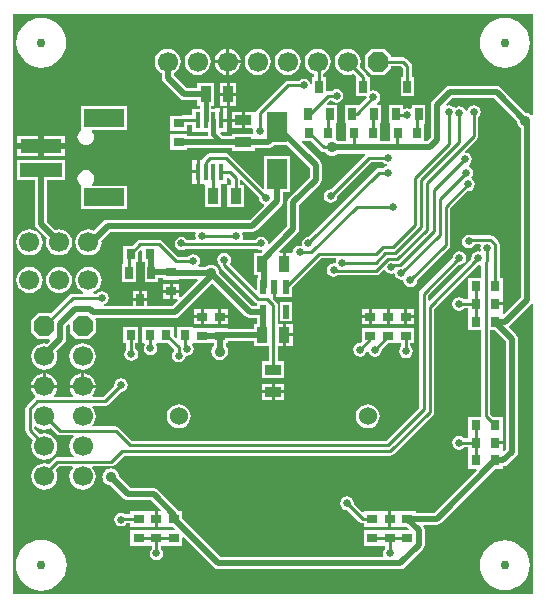
<source format=gbl>
G04 Layer_Physical_Order=2*
G04 Layer_Color=16711680*
%FSLAX24Y24*%
%MOIN*%
G70*
G01*
G75*
%ADD10R,0.0354X0.0551*%
%ADD11R,0.0551X0.0354*%
%ADD12R,0.0217X0.0453*%
%ADD13R,0.0354X0.0315*%
%ADD15R,0.0256X0.0413*%
%ADD18R,0.0315X0.0354*%
%ADD25C,0.0197*%
%ADD26C,0.0098*%
%ADD28C,0.0669*%
%ADD29P,0.0724X8X292.5*%
%ADD30C,0.0300*%
%ADD31P,0.0724X8X202.5*%
%ADD32C,0.0600*%
%ADD33C,0.0250*%
%ADD34C,0.0354*%
%ADD35R,0.1339X0.0591*%
%ADD36R,0.1378X0.0472*%
G04:AMPARAMS|DCode=37|XSize=47.2mil|YSize=137.8mil|CornerRadius=0mil|HoleSize=0mil|Usage=FLASHONLY|Rotation=90.000|XOffset=0mil|YOffset=0mil|HoleType=Round|Shape=RoundedRectangle|*
%AMROUNDEDRECTD37*
21,1,0.0472,0.1378,0,0,90.0*
21,1,0.0472,0.1378,0,0,90.0*
1,1,0.0000,0.0689,0.0236*
1,1,0.0000,0.0689,-0.0236*
1,1,0.0000,-0.0689,-0.0236*
1,1,0.0000,-0.0689,0.0236*
%
%ADD37ROUNDEDRECTD37*%
%ADD38R,0.0177X0.0571*%
%ADD39R,0.0669X0.0984*%
%ADD40C,0.0157*%
G36*
X17526Y16151D02*
X17476Y16134D01*
X17470Y16141D01*
X17413Y16186D01*
X17346Y16213D01*
X17280Y16222D01*
X16451Y17051D01*
X16386Y17095D01*
X16309Y17110D01*
X14744D01*
X14667Y17095D01*
X14602Y17051D01*
X14179Y16628D01*
X14135Y16563D01*
X14120Y16486D01*
Y15388D01*
X13992Y15260D01*
X13951D01*
X13907Y15276D01*
X13907Y15310D01*
Y15827D01*
X13907Y15827D01*
X13907D01*
X13909Y15876D01*
X13937D01*
Y16486D01*
X13484D01*
Y16365D01*
X13440Y16341D01*
X13424Y16352D01*
X13337Y16370D01*
X13249Y16352D01*
X13233Y16341D01*
X13189Y16365D01*
Y16486D01*
X12736D01*
Y15876D01*
X12764D01*
X12766Y15827D01*
X12766Y15826D01*
Y15276D01*
X12722Y15260D01*
X12475D01*
X12431Y15276D01*
X12431Y15310D01*
Y15827D01*
X12431Y15827D01*
X12431D01*
X12433Y15876D01*
X12461D01*
Y16486D01*
X12329D01*
X12313Y16536D01*
X12366Y16571D01*
X12415Y16645D01*
X12433Y16732D01*
X12415Y16819D01*
X12366Y16893D01*
X12292Y16943D01*
X12205Y16960D01*
X12137Y16947D01*
X12087Y16978D01*
Y17392D01*
X12011D01*
Y17404D01*
X11999Y17461D01*
X11967Y17510D01*
X11744Y17732D01*
X11772Y17800D01*
X11787Y17913D01*
X11772Y18026D01*
X11729Y18132D01*
X11659Y18222D01*
X11569Y18292D01*
X11463Y18335D01*
X11350Y18350D01*
X11237Y18335D01*
X11132Y18292D01*
X11042Y18222D01*
X10972Y18132D01*
X10928Y18026D01*
X10914Y17913D01*
X10928Y17800D01*
X10972Y17695D01*
X11042Y17605D01*
X11132Y17535D01*
X11237Y17491D01*
X11350Y17477D01*
X11463Y17491D01*
X11531Y17520D01*
X11616Y17435D01*
X11634Y17392D01*
X11634D01*
X11634Y17392D01*
Y16782D01*
X11947D01*
X11979Y16743D01*
X11977Y16732D01*
X11979Y16720D01*
X11759Y16500D01*
X11713Y16486D01*
Y16486D01*
X11713Y16486D01*
X11260D01*
Y15876D01*
X11287D01*
X11289Y15827D01*
X11289Y15826D01*
Y15276D01*
X11246Y15260D01*
X11018D01*
X10966Y15300D01*
X10955Y15305D01*
Y15827D01*
X10955Y15827D01*
X10955D01*
X10957Y15876D01*
X10984D01*
Y16486D01*
X10662D01*
X10643Y16532D01*
X10742Y16631D01*
X10806D01*
X10813Y16621D01*
X10887Y16571D01*
X10975Y16554D01*
X11062Y16571D01*
X11136Y16621D01*
X11185Y16694D01*
X11202Y16782D01*
X11185Y16869D01*
X11136Y16943D01*
X11062Y16992D01*
X10975Y17009D01*
X10887Y16992D01*
X10813Y16943D01*
X10806Y16932D01*
X10679D01*
X10660Y16928D01*
X10610Y16969D01*
Y17392D01*
X10534D01*
Y17521D01*
X10569Y17535D01*
X10659Y17605D01*
X10729Y17695D01*
X10772Y17800D01*
X10787Y17913D01*
X10772Y18026D01*
X10729Y18132D01*
X10659Y18222D01*
X10569Y18292D01*
X10463Y18335D01*
X10350Y18350D01*
X10237Y18335D01*
X10132Y18292D01*
X10042Y18222D01*
X9972Y18132D01*
X9928Y18026D01*
X9914Y17913D01*
X9928Y17800D01*
X9972Y17695D01*
X10042Y17605D01*
X10132Y17535D01*
X10233Y17493D01*
Y17392D01*
X10157D01*
Y17191D01*
X10107Y17187D01*
X10102Y17213D01*
X10053Y17287D01*
X9979Y17336D01*
X9892Y17354D01*
X9805Y17336D01*
X9731Y17287D01*
X9724Y17277D01*
X9348D01*
X9291Y17265D01*
X9242Y17232D01*
X8309Y16299D01*
X8291Y16273D01*
X8250Y16252D01*
X7924D01*
Y15974D01*
Y15697D01*
X8156D01*
X8197Y15647D01*
X8188Y15600D01*
X8197Y15552D01*
X8157Y15502D01*
X7500D01*
Y15437D01*
X7191D01*
X7089Y15539D01*
X7109Y15589D01*
X7315D01*
Y15924D01*
X7126D01*
Y15974D01*
X7076D01*
Y16360D01*
X6937D01*
Y16358D01*
X6795D01*
Y16457D01*
X6890D01*
Y17205D01*
X6339D01*
Y17031D01*
X5989D01*
X5551Y17469D01*
Y17528D01*
X5569Y17535D01*
X5659Y17605D01*
X5729Y17695D01*
X5772Y17800D01*
X5787Y17913D01*
X5772Y18026D01*
X5729Y18132D01*
X5659Y18222D01*
X5569Y18292D01*
X5463Y18335D01*
X5350Y18350D01*
X5237Y18335D01*
X5132Y18292D01*
X5042Y18222D01*
X4972Y18132D01*
X4928Y18026D01*
X4914Y17913D01*
X4928Y17800D01*
X4972Y17695D01*
X5042Y17605D01*
X5132Y17535D01*
X5150Y17528D01*
Y17386D01*
X5165Y17309D01*
X5208Y17244D01*
X5764Y16689D01*
X5829Y16645D01*
X5906Y16630D01*
X6339D01*
Y16457D01*
X6434D01*
Y16358D01*
X6171D01*
Y16125D01*
X5817D01*
X5802Y16122D01*
X5433D01*
Y15610D01*
X5984D01*
Y15824D01*
X6171D01*
Y15591D01*
X6689D01*
Y15502D01*
X6695Y15476D01*
X6663Y15437D01*
X5984D01*
Y15492D01*
X5433D01*
Y14980D01*
X5984D01*
Y15036D01*
X7500D01*
Y14951D01*
X8248D01*
Y15026D01*
X8681D01*
X8758Y15041D01*
X8823Y15084D01*
X8896Y15157D01*
X9313D01*
X10085Y14385D01*
Y14072D01*
X9395Y13383D01*
X9352Y13318D01*
X9337Y13241D01*
Y12426D01*
X8736Y11825D01*
X8690Y11850D01*
X8692Y11860D01*
X8675Y11947D01*
X8626Y12021D01*
X8552Y12071D01*
X8465Y12088D01*
X8377Y12071D01*
X8303Y12021D01*
X8279Y11984D01*
X7870D01*
X7841Y12034D01*
X7856Y12106D01*
X7838Y12194D01*
X7830Y12206D01*
X7854Y12250D01*
X8169D01*
X8246Y12265D01*
X8311Y12309D01*
X9148Y13145D01*
X9191Y13211D01*
X9207Y13287D01*
Y13583D01*
X9439D01*
Y14764D01*
X8573D01*
Y13703D01*
X8527Y13684D01*
X7390Y14821D01*
X7341Y14854D01*
X7283Y14865D01*
X6742D01*
X6685Y14854D01*
X6636Y14821D01*
X6508Y14693D01*
X6475Y14644D01*
X6472Y14628D01*
X6408D01*
Y14242D01*
Y13857D01*
X6547D01*
X6558Y13847D01*
X6585Y13809D01*
X6585D01*
X6585Y13809D01*
Y13061D01*
X7136D01*
Y13809D01*
X7136Y13809D01*
X7136D01*
X7138Y13858D01*
X7313D01*
Y14058D01*
X7363Y14078D01*
X7458Y13983D01*
Y13809D01*
X7333D01*
Y13061D01*
X7884D01*
Y13809D01*
X7759D01*
Y13961D01*
X7805Y13980D01*
X8387Y13398D01*
X8384Y13386D01*
X8402Y13299D01*
X8451Y13225D01*
X8525Y13175D01*
X8544Y13172D01*
X8558Y13124D01*
X8086Y12651D01*
X3346D01*
X3270Y12636D01*
X3205Y12593D01*
X2900Y12288D01*
X2820Y12322D01*
X2707Y12336D01*
X2594Y12322D01*
X2488Y12278D01*
X2398Y12208D01*
X2328Y12118D01*
X2285Y12013D01*
X2270Y11900D01*
X2285Y11787D01*
X2328Y11681D01*
X2398Y11591D01*
X2488Y11521D01*
X2594Y11478D01*
X2707Y11463D01*
X2820Y11478D01*
X2925Y11521D01*
X3016Y11591D01*
X3085Y11681D01*
X3129Y11787D01*
X3144Y11900D01*
X3136Y11956D01*
X3430Y12250D01*
X6270D01*
X6294Y12206D01*
X6286Y12194D01*
X6268Y12106D01*
X6283Y12034D01*
X6253Y11984D01*
X5989D01*
X5964Y12021D01*
X5890Y12071D01*
X5803Y12088D01*
X5716Y12071D01*
X5642Y12021D01*
X5593Y11947D01*
X5575Y11860D01*
X5593Y11773D01*
X5642Y11699D01*
X5716Y11650D01*
X5803Y11632D01*
X5890Y11650D01*
X5940Y11683D01*
X8327D01*
X8377Y11650D01*
X8465Y11632D01*
X8475Y11634D01*
X8499Y11588D01*
X8456Y11545D01*
X8209D01*
Y10797D01*
X8343D01*
Y10719D01*
X8327D01*
Y10335D01*
X8281Y10316D01*
X7413Y11184D01*
X7445Y11232D01*
X7462Y11319D01*
X7445Y11406D01*
X7395Y11480D01*
X7321Y11529D01*
X7234Y11547D01*
X7147Y11529D01*
X7073Y11480D01*
X7024Y11406D01*
X7006Y11319D01*
X7024Y11232D01*
X7073Y11158D01*
X7084Y11151D01*
Y11149D01*
X7095Y11092D01*
X7128Y11043D01*
X8258Y9913D01*
X8306Y9881D01*
X8327Y9877D01*
Y9787D01*
X8164D01*
X7068Y10883D01*
X7060Y10948D01*
X7032Y11015D01*
X6988Y11073D01*
X6930Y11117D01*
X6863Y11144D01*
X6791Y11154D01*
X6719Y11144D01*
X6652Y11117D01*
X6600Y11077D01*
X6397D01*
X6374Y11127D01*
X6411Y11183D01*
X6429Y11270D01*
X6411Y11357D01*
X6362Y11431D01*
X6288Y11480D01*
X6201Y11497D01*
X6114Y11480D01*
X6040Y11431D01*
X6033Y11420D01*
X5682D01*
X5156Y11947D01*
X5107Y11980D01*
X5049Y11991D01*
X4439D01*
X4381Y11980D01*
X4333Y11947D01*
X4177Y11791D01*
X3858D01*
Y11240D01*
X3858Y11240D01*
X3858D01*
X3856Y11191D01*
X3829D01*
Y10581D01*
X4281D01*
Y11191D01*
X4281Y11191D01*
X4281D01*
X4283Y11240D01*
X4370D01*
Y11559D01*
X4442Y11631D01*
X4488Y11612D01*
Y11240D01*
X4575D01*
X4577Y11191D01*
X4577Y11191D01*
X4577Y11191D01*
Y10581D01*
X5030D01*
Y10695D01*
X5187D01*
Y10640D01*
X5738D01*
Y10675D01*
X6333D01*
X6352Y10629D01*
X5786Y10063D01*
X5740Y10082D01*
Y10216D01*
X5513D01*
Y10008D01*
X5666D01*
X5685Y9962D01*
X5500Y9777D01*
X4657D01*
Y9930D01*
X4201D01*
Y9777D01*
X3235D01*
X3230Y9827D01*
X3237Y9829D01*
X3311Y9878D01*
X3360Y9952D01*
X3377Y10039D01*
X3360Y10127D01*
X3311Y10200D01*
X3237Y10250D01*
X3150Y10267D01*
X3062Y10250D01*
X2989Y10200D01*
X2981Y10190D01*
X2883D01*
X2873Y10240D01*
X2925Y10261D01*
X3016Y10331D01*
X3085Y10421D01*
X3129Y10527D01*
X3144Y10640D01*
X3129Y10753D01*
X3085Y10858D01*
X3016Y10949D01*
X2925Y11018D01*
X2820Y11062D01*
X2707Y11077D01*
X2594Y11062D01*
X2488Y11018D01*
X2398Y10949D01*
X2328Y10858D01*
X2285Y10753D01*
X2270Y10640D01*
X2285Y10527D01*
X2328Y10421D01*
X2398Y10331D01*
X2488Y10261D01*
X2540Y10240D01*
X2530Y10190D01*
X2175D01*
X2118Y10178D01*
X2069Y10146D01*
X1449Y9526D01*
X1447Y9528D01*
X1014D01*
X797Y9311D01*
Y8878D01*
X1014Y8661D01*
X1393D01*
X1414Y8611D01*
X1322Y8519D01*
X1230Y8531D01*
X1117Y8516D01*
X1012Y8473D01*
X921Y8403D01*
X852Y8313D01*
X808Y8208D01*
X794Y8094D01*
X808Y7981D01*
X852Y7876D01*
X921Y7786D01*
X1012Y7716D01*
X1117Y7673D01*
X1230Y7658D01*
X1343Y7673D01*
X1449Y7716D01*
X1539Y7786D01*
X1609Y7876D01*
X1652Y7981D01*
X1667Y8094D01*
X1652Y8208D01*
X1630Y8260D01*
X1904Y8533D01*
X1947Y8598D01*
X1963Y8675D01*
Y9093D01*
X2031Y9161D01*
X2077Y9142D01*
Y8878D01*
X2293Y8661D01*
X2726D01*
X2943Y8878D01*
Y9311D01*
X2924Y9330D01*
X2943Y9376D01*
X5584D01*
X5660Y9391D01*
X5725Y9435D01*
X6837Y10546D01*
X7939Y9445D01*
X8004Y9401D01*
X8081Y9386D01*
X8327D01*
Y9262D01*
X8333D01*
Y9183D01*
X8209D01*
Y9010D01*
X7362D01*
Y9045D01*
X6811D01*
Y9045D01*
X6772D01*
X6772Y9045D01*
X6231D01*
X6220Y9045D01*
X6181Y9071D01*
Y9085D01*
X5669D01*
Y8713D01*
X5623Y8694D01*
X5551Y8766D01*
Y9085D01*
X5050D01*
X5039Y9085D01*
X5000D01*
X4989Y9085D01*
X4488D01*
Y8533D01*
X4562D01*
X4583Y8483D01*
X4563Y8453D01*
X4546Y8366D01*
X4563Y8279D01*
X4613Y8205D01*
X4686Y8156D01*
X4774Y8138D01*
X4861Y8156D01*
X4935Y8205D01*
X4984Y8279D01*
X5001Y8366D01*
X4984Y8453D01*
X4964Y8483D01*
X4991Y8533D01*
X5000Y8533D01*
X5039D01*
X5050Y8533D01*
X5358D01*
X5556Y8335D01*
X5554Y8285D01*
X5548Y8281D01*
X5498Y8207D01*
X5481Y8120D01*
X5498Y8033D01*
X5548Y7959D01*
X5621Y7910D01*
X5709Y7892D01*
X5796Y7910D01*
X5870Y7959D01*
X5919Y8033D01*
X5927Y8072D01*
X5981Y8112D01*
X6068Y8130D01*
X6142Y8179D01*
X6192Y8253D01*
X6209Y8340D01*
X6192Y8427D01*
X6154Y8483D01*
X6177Y8533D01*
X6220D01*
X6231Y8533D01*
X6772D01*
Y8533D01*
X6811D01*
Y8533D01*
X6876D01*
Y8449D01*
X6836Y8397D01*
X6808Y8330D01*
X6799Y8258D01*
X6808Y8186D01*
X6836Y8119D01*
X6880Y8061D01*
X6938Y8017D01*
X7005Y7989D01*
X7077Y7980D01*
X7149Y7989D01*
X7216Y8017D01*
X7273Y8061D01*
X7318Y8119D01*
X7345Y8186D01*
X7355Y8258D01*
X7345Y8330D01*
X7318Y8397D01*
X7277Y8449D01*
Y8533D01*
X7362D01*
Y8608D01*
X8209D01*
Y8435D01*
X8708D01*
Y7933D01*
X8484D01*
Y7382D01*
X9232D01*
Y7933D01*
X9009D01*
Y8433D01*
X9182D01*
Y8809D01*
Y9185D01*
X9009D01*
Y9805D01*
X8997Y9863D01*
X8965Y9912D01*
X8855Y10021D01*
X8857Y10026D01*
Y10394D01*
X8957D01*
Y10067D01*
X9116D01*
Y10069D01*
X9488D01*
Y10388D01*
X10466Y11365D01*
X10946D01*
X10970Y11321D01*
X10961Y11308D01*
X10944Y11221D01*
X10917Y11194D01*
X10876Y11202D01*
X10789Y11185D01*
X10715Y11135D01*
X10666Y11062D01*
X10648Y10974D01*
X10666Y10887D01*
X10715Y10813D01*
X10789Y10764D01*
X10876Y10747D01*
X10963Y10764D01*
X11013Y10797D01*
X12285D01*
X12342Y10809D01*
X12391Y10841D01*
X12537Y10988D01*
X12593Y10973D01*
X12634Y10912D01*
X12708Y10862D01*
X12795Y10845D01*
X12883Y10862D01*
X12922Y10828D01*
X12929Y10789D01*
X12979Y10715D01*
X13053Y10666D01*
X13140Y10648D01*
X13181Y10656D01*
X13207Y10630D01*
X13225Y10543D01*
X13274Y10469D01*
X13348Y10420D01*
X13435Y10402D01*
X13522Y10420D01*
X13596Y10469D01*
X13646Y10543D01*
X13663Y10630D01*
X13660Y10642D01*
X14723Y11705D01*
X14755Y11753D01*
X14767Y11811D01*
Y13028D01*
X15342Y13603D01*
X15354Y13601D01*
X15442Y13618D01*
X15515Y13668D01*
X15565Y13742D01*
X15582Y13829D01*
X15565Y13916D01*
X15515Y13990D01*
X15482Y14012D01*
X15466Y14061D01*
X15516Y14135D01*
X15533Y14223D01*
X15516Y14310D01*
X15466Y14384D01*
X15396Y14430D01*
X15391Y14453D01*
X15388Y14485D01*
X15417Y14504D01*
X15466Y14578D01*
X15484Y14665D01*
X15466Y14753D01*
X15417Y14826D01*
X15343Y14876D01*
X15272Y14890D01*
X15250Y14939D01*
X15658Y15346D01*
X15690Y15395D01*
X15702Y15453D01*
Y16072D01*
X15712Y16079D01*
X15762Y16153D01*
X15779Y16240D01*
X15762Y16327D01*
X15712Y16401D01*
X15638Y16451D01*
X15551Y16468D01*
X15464Y16451D01*
X15390Y16401D01*
X15341Y16327D01*
X15332Y16282D01*
X15281D01*
X15279Y16288D01*
X15230Y16362D01*
X15156Y16411D01*
X15069Y16429D01*
X14982Y16411D01*
X14944Y16386D01*
X14877Y16399D01*
X14876Y16401D01*
X14802Y16451D01*
X14715Y16468D01*
X14643Y16454D01*
X14618Y16500D01*
X14827Y16709D01*
X16226D01*
X16997Y15938D01*
X17005Y15873D01*
X17033Y15806D01*
X17077Y15748D01*
X17122Y15714D01*
Y10073D01*
X16559Y9510D01*
X16516Y9528D01*
X16517Y9565D01*
X16517D01*
Y9793D01*
X16260D01*
Y9893D01*
X16517D01*
Y10108D01*
X16517Y10120D01*
X16517D01*
X16516Y10157D01*
X16516Y10157D01*
Y10709D01*
X16417D01*
Y11826D01*
X16406Y11883D01*
X16373Y11932D01*
X16213Y12092D01*
X16165Y12124D01*
X16107Y12136D01*
X15477D01*
X15471Y12140D01*
X15384Y12157D01*
X15297Y12140D01*
X15223Y12090D01*
X15173Y12016D01*
X15156Y11929D01*
X15173Y11842D01*
X15223Y11768D01*
X15297Y11719D01*
X15384Y11701D01*
X15471Y11719D01*
X15545Y11768D01*
X15589Y11835D01*
X15751D01*
X15781Y11785D01*
X15766Y11713D01*
X15783Y11630D01*
X15770Y11610D01*
X15750Y11586D01*
X15699Y11596D01*
X15612Y11579D01*
X15538Y11529D01*
X15488Y11455D01*
X15471Y11368D01*
X15473Y11356D01*
X14075Y9957D01*
X14028Y9976D01*
Y10125D01*
X15056Y11153D01*
X15069Y11150D01*
X15156Y11167D01*
X15230Y11217D01*
X15279Y11291D01*
X15297Y11378D01*
X15279Y11465D01*
X15230Y11539D01*
X15156Y11588D01*
X15069Y11606D01*
X14982Y11588D01*
X14908Y11539D01*
X14858Y11465D01*
X14841Y11378D01*
X14844Y11366D01*
X13772Y10293D01*
X13739Y10245D01*
X13727Y10187D01*
Y6389D01*
X12627Y5288D01*
X4147D01*
X3719Y5717D01*
X3670Y5749D01*
X3612Y5761D01*
X2863D01*
X2838Y5811D01*
X2888Y5876D01*
X2932Y5981D01*
X2947Y6094D01*
X2932Y6208D01*
X2888Y6313D01*
X2826Y6394D01*
X2841Y6444D01*
X3248D01*
X3306Y6455D01*
X3354Y6488D01*
X3777Y6910D01*
X3789Y6908D01*
X3877Y6925D01*
X3950Y6975D01*
X4000Y7049D01*
X4017Y7136D01*
X4000Y7223D01*
X3950Y7297D01*
X3877Y7346D01*
X3789Y7364D01*
X3702Y7346D01*
X3628Y7297D01*
X3579Y7223D01*
X3562Y7136D01*
X3564Y7123D01*
X3186Y6745D01*
X2844D01*
X2828Y6795D01*
X2889Y6875D01*
X2933Y6981D01*
X2942Y7044D01*
X2078D01*
X2086Y6981D01*
X2130Y6875D01*
X2192Y6795D01*
X2176Y6745D01*
X1564D01*
X1548Y6795D01*
X1610Y6875D01*
X1654Y6981D01*
X1662Y7044D01*
X799D01*
X807Y6981D01*
X851Y6875D01*
X920Y6784D01*
X929Y6778D01*
X922Y6720D01*
X893Y6701D01*
X642Y6450D01*
X609Y6401D01*
X597Y6343D01*
Y5626D01*
X609Y5568D01*
X642Y5520D01*
X851Y5310D01*
X808Y5208D01*
X794Y5094D01*
X808Y4981D01*
X852Y4876D01*
X921Y4786D01*
X1012Y4716D01*
X1117Y4673D01*
X1230Y4658D01*
X1343Y4673D01*
X1449Y4716D01*
X1539Y4786D01*
X1609Y4876D01*
X1652Y4981D01*
X1667Y5094D01*
X1652Y5208D01*
X1609Y5313D01*
X1539Y5403D01*
X1449Y5473D01*
X1343Y5516D01*
X1230Y5531D01*
X1117Y5516D01*
X1084Y5503D01*
X899Y5688D01*
Y5740D01*
X949Y5765D01*
X1012Y5716D01*
X1117Y5673D01*
X1230Y5658D01*
X1343Y5673D01*
X1446Y5715D01*
X1657Y5504D01*
X1706Y5471D01*
X1764Y5460D01*
X2197D01*
X2213Y5412D01*
X2201Y5403D01*
X2132Y5313D01*
X2088Y5208D01*
X2073Y5094D01*
X2088Y4981D01*
X2132Y4876D01*
X2201Y4786D01*
X2215Y4775D01*
X2199Y4727D01*
X1663D01*
X1606Y4716D01*
X1557Y4683D01*
X1376Y4503D01*
X1343Y4516D01*
X1230Y4531D01*
X1117Y4516D01*
X1012Y4473D01*
X921Y4403D01*
X852Y4313D01*
X808Y4208D01*
X794Y4094D01*
X808Y3981D01*
X852Y3876D01*
X921Y3786D01*
X1012Y3716D01*
X1117Y3673D01*
X1230Y3658D01*
X1343Y3673D01*
X1449Y3716D01*
X1539Y3786D01*
X1609Y3876D01*
X1652Y3981D01*
X1667Y4094D01*
X1652Y4208D01*
X1610Y4310D01*
X1726Y4426D01*
X2156D01*
X2180Y4376D01*
X2132Y4313D01*
X2088Y4208D01*
X2073Y4094D01*
X2088Y3981D01*
X2132Y3876D01*
X2201Y3786D01*
X2291Y3716D01*
X2397Y3673D01*
X2510Y3658D01*
X2623Y3673D01*
X2728Y3716D01*
X2819Y3786D01*
X2888Y3876D01*
X2932Y3981D01*
X2947Y4094D01*
X2932Y4208D01*
X2888Y4313D01*
X2840Y4376D01*
X2864Y4426D01*
X3474D01*
X3532Y4438D01*
X3581Y4470D01*
X3901Y4790D01*
X12771D01*
X12828Y4802D01*
X12877Y4834D01*
X14181Y6139D01*
X14214Y6187D01*
X14225Y6245D01*
Y9682D01*
X15686Y11143D01*
X15699Y11140D01*
X15754Y11151D01*
X15804Y11114D01*
Y10709D01*
X15374D01*
Y10157D01*
X15374D01*
X15374Y10118D01*
X15374D01*
Y9993D01*
X15227D01*
X15220Y10004D01*
X15146Y10053D01*
X15059Y10070D01*
X14972Y10053D01*
X14898Y10004D01*
X14849Y9930D01*
X14831Y9843D01*
X14849Y9755D01*
X14898Y9681D01*
X14972Y9632D01*
X15059Y9615D01*
X15146Y9632D01*
X15220Y9681D01*
X15227Y9692D01*
X15374D01*
Y9567D01*
X15374D01*
X15374Y9528D01*
X15374D01*
Y8976D01*
X15804D01*
Y6112D01*
X15764Y6083D01*
X15374D01*
Y5531D01*
X15374D01*
X15374Y5492D01*
X15374D01*
Y5367D01*
X15227D01*
X15220Y5378D01*
X15146Y5427D01*
X15059Y5444D01*
X14972Y5427D01*
X14898Y5378D01*
X14849Y5304D01*
X14831Y5217D01*
X14849Y5129D01*
X14898Y5055D01*
X14972Y5006D01*
X15059Y4989D01*
X15146Y5006D01*
X15220Y5055D01*
X15227Y5066D01*
X15374D01*
Y4941D01*
X15374D01*
X15374Y4902D01*
X15374D01*
Y4350D01*
X15635D01*
X15654Y4304D01*
X14228Y2878D01*
X13612D01*
Y2933D01*
X13073D01*
X13023Y2935D01*
X13012Y2935D01*
X12796D01*
Y2677D01*
Y2420D01*
X13012D01*
X13023Y2420D01*
X13073Y2421D01*
X13309D01*
X13381Y2349D01*
X13361Y2303D01*
X13061D01*
Y2303D01*
X13022Y2303D01*
Y2303D01*
X12470D01*
Y2303D01*
X12431Y2303D01*
Y2303D01*
X11880D01*
Y1791D01*
X12431D01*
Y1791D01*
X12470Y1791D01*
Y1791D01*
X12596D01*
Y1694D01*
X12585Y1687D01*
X12536Y1613D01*
X12518Y1526D01*
X12532Y1454D01*
X12503Y1404D01*
X7118D01*
X5837Y2685D01*
Y2933D01*
X5719D01*
X5703Y2957D01*
X5024Y3636D01*
X4959Y3680D01*
X4882Y3695D01*
X4119D01*
X3722Y4091D01*
X3713Y4157D01*
X3686Y4224D01*
X3641Y4281D01*
X3584Y4325D01*
X3517Y4353D01*
X3445Y4363D01*
X3373Y4353D01*
X3306Y4325D01*
X3248Y4281D01*
X3204Y4224D01*
X3176Y4157D01*
X3167Y4085D01*
X3176Y4013D01*
X3204Y3946D01*
X3248Y3888D01*
X3306Y3844D01*
X3373Y3816D01*
X3438Y3808D01*
X3894Y3352D01*
X3959Y3309D01*
X4035Y3293D01*
X4799D01*
X5111Y2981D01*
X5092Y2935D01*
X5020D01*
Y2677D01*
Y2420D01*
X5248D01*
X5248Y2420D01*
X5248Y2420D01*
X5297Y2421D01*
X5533D01*
X5605Y2349D01*
X5586Y2303D01*
X5285D01*
Y2303D01*
X5246Y2303D01*
Y2303D01*
X4695D01*
Y2303D01*
X4656Y2303D01*
Y2303D01*
X4104D01*
Y1791D01*
X4656D01*
Y1791D01*
X4695Y1791D01*
Y1791D01*
X4820D01*
Y1694D01*
X4809Y1687D01*
X4760Y1613D01*
X4743Y1526D01*
X4760Y1438D01*
X4809Y1365D01*
X4883Y1315D01*
X4970Y1298D01*
X5058Y1315D01*
X5132Y1365D01*
X5181Y1438D01*
X5198Y1526D01*
X5181Y1613D01*
X5132Y1687D01*
X5121Y1694D01*
Y1791D01*
X5246D01*
Y1791D01*
X5285Y1791D01*
Y1791D01*
X5837D01*
Y2052D01*
X5883Y2072D01*
X6893Y1062D01*
X6958Y1018D01*
X7034Y1003D01*
X13106D01*
X13183Y1018D01*
X13248Y1062D01*
X13853Y1666D01*
X13896Y1731D01*
X13911Y1808D01*
Y2303D01*
X13896Y2380D01*
X13865Y2426D01*
X13889Y2476D01*
X14311D01*
X14388Y2492D01*
X14453Y2535D01*
X16268Y4350D01*
X16516D01*
Y4425D01*
X16535D01*
X16612Y4441D01*
X16677Y4484D01*
X16973Y4779D01*
X17016Y4844D01*
X17031Y4921D01*
Y8681D01*
X17016Y8758D01*
X16973Y8823D01*
X16733Y9063D01*
X16741Y9125D01*
X17465Y9848D01*
X17476Y9865D01*
X17526Y9850D01*
Y191D01*
X191D01*
Y19494D01*
X17526D01*
Y16151D01*
D02*
G37*
G36*
X16630Y8598D02*
Y5004D01*
X16567Y4942D01*
X16517Y4962D01*
Y5167D01*
X16260D01*
Y5267D01*
X16517D01*
Y5482D01*
X16517Y5494D01*
X16516Y5543D01*
Y6083D01*
X16197D01*
X16105Y6175D01*
Y8976D01*
X16252D01*
X16630Y8598D01*
D02*
G37*
G36*
X10454Y14953D02*
X10503Y14920D01*
X10561Y14909D01*
X10595D01*
X10630Y14863D01*
X10688Y14818D01*
X10755Y14791D01*
X10827Y14781D01*
X10899Y14791D01*
X10966Y14818D01*
X11018Y14858D01*
X11920D01*
X11921Y14858D01*
X11938Y14808D01*
X10790Y13660D01*
X10778Y13663D01*
X10690Y13645D01*
X10616Y13596D01*
X10567Y13522D01*
X10550Y13435D01*
X10567Y13348D01*
X10616Y13274D01*
X10690Y13225D01*
X10778Y13207D01*
X10865Y13225D01*
X10939Y13274D01*
X10988Y13348D01*
X11005Y13435D01*
X11003Y13447D01*
X12119Y14564D01*
X12529D01*
X12536Y14553D01*
X12610Y14504D01*
X12661Y14494D01*
Y14443D01*
X12610Y14433D01*
X12536Y14384D01*
X12529Y14373D01*
X12402D01*
X12344Y14362D01*
X12295Y14329D01*
X10052Y12086D01*
X10039Y12088D01*
X9952Y12071D01*
X9878Y12021D01*
X9829Y11948D01*
X9812Y11860D01*
X9820Y11820D01*
X9784Y11785D01*
X9744Y11793D01*
X9657Y11776D01*
X9583Y11726D01*
X9534Y11652D01*
X9522Y11592D01*
X9514Y11564D01*
X9469Y11547D01*
X9282D01*
Y11171D01*
X9182D01*
Y11547D01*
X9091D01*
X9072Y11593D01*
X9679Y12201D01*
X9723Y12266D01*
X9738Y12343D01*
Y13158D01*
X10427Y13847D01*
X10471Y13912D01*
X10486Y13989D01*
Y14468D01*
X10471Y14545D01*
X10427Y14610D01*
X9812Y15226D01*
X9833Y15276D01*
X10132D01*
X10454Y14953D01*
D02*
G37*
%LPC*%
G36*
X12420Y9677D02*
X12370Y9677D01*
X12156D01*
Y9419D01*
Y9162D01*
X12370D01*
X12383Y9162D01*
X12433Y9162D01*
X12647D01*
Y9419D01*
Y9677D01*
X12433D01*
X12420Y9677D01*
D02*
G37*
G36*
X7364Y9369D02*
X7137D01*
Y9162D01*
X7364D01*
Y9369D01*
D02*
G37*
G36*
X12421Y9045D02*
X12382Y9045D01*
X12382Y9045D01*
X11831D01*
Y8599D01*
X11774Y8542D01*
X11762Y8545D01*
X11675Y8527D01*
X11601Y8478D01*
X11551Y8404D01*
X11534Y8317D01*
X11551Y8230D01*
X11601Y8156D01*
X11675Y8106D01*
X11762Y8089D01*
X11849Y8106D01*
X11923Y8156D01*
X11972Y8230D01*
X11982Y8281D01*
X12033D01*
X12043Y8230D01*
X12093Y8156D01*
X12167Y8106D01*
X12254Y8089D01*
X12341Y8106D01*
X12415Y8156D01*
X12464Y8230D01*
X12482Y8317D01*
X12479Y8329D01*
X12683Y8533D01*
X12962D01*
X12972Y8533D01*
X13012D01*
X13022Y8533D01*
X13137D01*
Y8436D01*
X13126Y8429D01*
X13077Y8355D01*
X13060Y8268D01*
X13077Y8181D01*
X13126Y8107D01*
X13200Y8057D01*
X13287Y8040D01*
X13375Y8057D01*
X13448Y8107D01*
X13498Y8181D01*
X13515Y8268D01*
X13498Y8355D01*
X13448Y8429D01*
X13438Y8436D01*
Y8533D01*
X13563D01*
Y9045D01*
X13022D01*
X13012Y9045D01*
X12972D01*
X12962Y9045D01*
X12432D01*
X12421Y9045D01*
Y9045D01*
D02*
G37*
G36*
X6446Y9369D02*
X6219D01*
Y9162D01*
X6446D01*
Y9369D01*
D02*
G37*
G36*
X12056Y9369D02*
X11829D01*
Y9162D01*
X12056D01*
Y9369D01*
D02*
G37*
G36*
X9509Y9185D02*
X9282D01*
Y8859D01*
X9509D01*
Y9185D01*
D02*
G37*
G36*
X6809Y9677D02*
X6773D01*
X6759Y9677D01*
X6546D01*
Y9419D01*
Y9162D01*
X6759D01*
X6773Y9162D01*
X6809D01*
X6823Y9162D01*
X7037D01*
Y9419D01*
Y9677D01*
X6823D01*
X6809Y9677D01*
D02*
G37*
G36*
X13337Y9677D02*
Y9469D01*
X13565D01*
Y9677D01*
X13337D01*
D02*
G37*
G36*
X7137D02*
Y9469D01*
X7364D01*
Y9677D01*
X7137D01*
D02*
G37*
G36*
X5413Y10216D02*
X5185D01*
Y10008D01*
X5413D01*
Y10216D01*
D02*
G37*
G36*
X13010Y9677D02*
X12974D01*
X12960Y9677D01*
X12747D01*
Y9419D01*
Y9162D01*
X12960D01*
X12974Y9162D01*
X13010D01*
X13024Y9162D01*
X13237D01*
Y9419D01*
Y9677D01*
X13024D01*
X13010Y9677D01*
D02*
G37*
G36*
X9488Y9911D02*
X9075D01*
Y9262D01*
X9488D01*
Y9911D01*
D02*
G37*
G36*
X13565Y9369D02*
X13337D01*
Y9162D01*
X13565D01*
Y9369D01*
D02*
G37*
G36*
X6446Y9677D02*
X6219D01*
Y9469D01*
X6446D01*
Y9677D01*
D02*
G37*
G36*
X12056Y9677D02*
X11829D01*
Y9469D01*
X12056D01*
Y9677D01*
D02*
G37*
G36*
X9509Y8759D02*
X9282D01*
Y8433D01*
X9509D01*
Y8759D01*
D02*
G37*
G36*
X12018Y6504D02*
X11914Y6491D01*
X11817Y6450D01*
X11734Y6387D01*
X11670Y6303D01*
X11630Y6206D01*
X11616Y6102D01*
X11630Y5998D01*
X11670Y5901D01*
X11734Y5818D01*
X11817Y5754D01*
X11914Y5714D01*
X12018Y5701D01*
X12122Y5714D01*
X12219Y5754D01*
X12302Y5818D01*
X12366Y5901D01*
X12406Y5998D01*
X12420Y6102D01*
X12406Y6206D01*
X12366Y6303D01*
X12302Y6387D01*
X12219Y6450D01*
X12122Y6491D01*
X12018Y6504D01*
D02*
G37*
G36*
X5719D02*
X5614Y6491D01*
X5518Y6450D01*
X5434Y6387D01*
X5370Y6303D01*
X5330Y6206D01*
X5317Y6102D01*
X5330Y5998D01*
X5370Y5901D01*
X5434Y5818D01*
X5518Y5754D01*
X5614Y5714D01*
X5719Y5701D01*
X5823Y5714D01*
X5919Y5754D01*
X6003Y5818D01*
X6067Y5901D01*
X6107Y5998D01*
X6120Y6102D01*
X6107Y6206D01*
X6067Y6303D01*
X6003Y6387D01*
X5919Y6450D01*
X5823Y6491D01*
X5719Y6504D01*
D02*
G37*
G36*
X9234Y6859D02*
X8908D01*
Y6632D01*
X9234D01*
Y6859D01*
D02*
G37*
G36*
X8808D02*
X8483D01*
Y6632D01*
X8808D01*
Y6859D01*
D02*
G37*
G36*
X16585Y1965D02*
X16422Y1949D01*
X16266Y1901D01*
X16122Y1824D01*
X15996Y1721D01*
X15892Y1594D01*
X15815Y1451D01*
X15768Y1294D01*
X15752Y1132D01*
X15768Y969D01*
X15815Y813D01*
X15892Y669D01*
X15996Y543D01*
X16122Y440D01*
X16266Y363D01*
X16422Y315D01*
X16585Y299D01*
X16747Y315D01*
X16903Y363D01*
X17047Y440D01*
X17173Y543D01*
X17277Y669D01*
X17354Y813D01*
X17401Y969D01*
X17417Y1132D01*
X17401Y1294D01*
X17354Y1451D01*
X17277Y1594D01*
X17173Y1721D01*
X17047Y1824D01*
X16903Y1901D01*
X16747Y1949D01*
X16585Y1965D01*
D02*
G37*
G36*
X1132Y1980D02*
X967Y1963D01*
X808Y1915D01*
X661Y1837D01*
X532Y1731D01*
X427Y1603D01*
X349Y1456D01*
X301Y1297D01*
X284Y1132D01*
X301Y967D01*
X349Y808D01*
X427Y661D01*
X532Y532D01*
X661Y427D01*
X808Y349D01*
X967Y301D01*
X1132Y284D01*
X1297Y301D01*
X1456Y349D01*
X1603Y427D01*
X1731Y532D01*
X1837Y661D01*
X1915Y808D01*
X1963Y967D01*
X1980Y1132D01*
X1963Y1297D01*
X1915Y1456D01*
X1837Y1603D01*
X1731Y1731D01*
X1603Y1837D01*
X1456Y1915D01*
X1297Y1963D01*
X1132Y1980D01*
D02*
G37*
G36*
X4693Y2935D02*
X4644Y2933D01*
X4104D01*
Y2828D01*
X3937D01*
X3877Y2868D01*
X3789Y2885D01*
X3702Y2868D01*
X3628Y2819D01*
X3579Y2745D01*
X3562Y2657D01*
X3579Y2570D01*
X3628Y2496D01*
X3702Y2447D01*
X3789Y2430D01*
X3877Y2447D01*
X3950Y2496D01*
X3971Y2527D01*
X4104D01*
Y2421D01*
X4644D01*
X4693Y2420D01*
X4705Y2420D01*
X4920D01*
Y2677D01*
Y2935D01*
X4705D01*
X4693Y2935D01*
D02*
G37*
G36*
X11319Y3427D02*
X11232Y3409D01*
X11158Y3360D01*
X11108Y3286D01*
X11091Y3199D01*
X11108Y3112D01*
X11158Y3038D01*
X11232Y2988D01*
X11319Y2971D01*
X11331Y2973D01*
X11734Y2571D01*
X11783Y2538D01*
X11841Y2527D01*
X11880D01*
Y2421D01*
X12420D01*
X12469Y2420D01*
X12480Y2420D01*
X12696D01*
Y2677D01*
Y2935D01*
X12480D01*
X12469Y2935D01*
X12420Y2933D01*
X11880D01*
Y2916D01*
X11834Y2897D01*
X11544Y3186D01*
X11547Y3199D01*
X11529Y3286D01*
X11480Y3360D01*
X11406Y3409D01*
X11319Y3427D01*
D02*
G37*
G36*
X2560Y7526D02*
Y7144D01*
X2942D01*
X2933Y7208D01*
X2889Y7314D01*
X2820Y7404D01*
X2729Y7474D01*
X2623Y7518D01*
X2560Y7526D01*
D02*
G37*
G36*
X2460D02*
X2396Y7518D01*
X2291Y7474D01*
X2200Y7404D01*
X2130Y7314D01*
X2086Y7208D01*
X2078Y7144D01*
X2460D01*
Y7526D01*
D02*
G37*
G36*
X4370Y9085D02*
X3858D01*
Y8533D01*
X3964D01*
Y8317D01*
X3923Y8256D01*
X3906Y8169D01*
X3923Y8082D01*
X3973Y8008D01*
X4047Y7959D01*
X4134Y7941D01*
X4221Y7959D01*
X4295Y8008D01*
X4344Y8082D01*
X4362Y8169D01*
X4344Y8256D01*
X4295Y8330D01*
X4265Y8351D01*
Y8533D01*
X4370D01*
Y9085D01*
D02*
G37*
G36*
X2510Y8531D02*
X2397Y8516D01*
X2291Y8473D01*
X2201Y8403D01*
X2132Y8313D01*
X2088Y8208D01*
X2073Y8094D01*
X2088Y7981D01*
X2132Y7876D01*
X2201Y7786D01*
X2291Y7716D01*
X2397Y7673D01*
X2510Y7658D01*
X2623Y7673D01*
X2728Y7716D01*
X2819Y7786D01*
X2888Y7876D01*
X2932Y7981D01*
X2947Y8094D01*
X2932Y8208D01*
X2888Y8313D01*
X2819Y8403D01*
X2728Y8473D01*
X2623Y8516D01*
X2510Y8531D01*
D02*
G37*
G36*
X9234Y7187D02*
X8908D01*
Y6959D01*
X9234D01*
Y7187D01*
D02*
G37*
G36*
X8808D02*
X8483D01*
Y6959D01*
X8808D01*
Y7187D01*
D02*
G37*
G36*
X1280Y7526D02*
Y7144D01*
X1662D01*
X1654Y7208D01*
X1610Y7314D01*
X1540Y7404D01*
X1450Y7474D01*
X1344Y7518D01*
X1280Y7526D01*
D02*
G37*
G36*
X1180D02*
X1117Y7518D01*
X1011Y7474D01*
X920Y7404D01*
X851Y7314D01*
X807Y7208D01*
X799Y7144D01*
X1180D01*
Y7526D01*
D02*
G37*
G36*
X7312Y17206D02*
X7085D01*
Y16881D01*
X7312D01*
Y17206D01*
D02*
G37*
G36*
X12567Y18346D02*
X12134D01*
X11917Y18130D01*
Y17697D01*
X12134Y17480D01*
X12567D01*
X12783Y17697D01*
Y17763D01*
X13127D01*
X13186Y17703D01*
Y17392D01*
X13110D01*
Y16782D01*
X13563D01*
Y17392D01*
X13487D01*
Y17766D01*
X13476Y17823D01*
X13443Y17872D01*
X13295Y18020D01*
X13247Y18052D01*
X13189Y18064D01*
X12783D01*
Y18130D01*
X12567Y18346D01*
D02*
G37*
G36*
X6350Y18350D02*
X6237Y18335D01*
X6132Y18292D01*
X6042Y18222D01*
X5972Y18132D01*
X5928Y18026D01*
X5914Y17913D01*
X5928Y17800D01*
X5972Y17695D01*
X6042Y17605D01*
X6132Y17535D01*
X6237Y17491D01*
X6350Y17477D01*
X6463Y17491D01*
X6569Y17535D01*
X6659Y17605D01*
X6729Y17695D01*
X6772Y17800D01*
X6787Y17913D01*
X6772Y18026D01*
X6729Y18132D01*
X6659Y18222D01*
X6569Y18292D01*
X6463Y18335D01*
X6350Y18350D01*
D02*
G37*
G36*
X7639Y17206D02*
X7412D01*
Y16881D01*
X7639D01*
Y17206D01*
D02*
G37*
G36*
X7824Y16252D02*
X7498D01*
Y16024D01*
X7824D01*
Y16252D01*
D02*
G37*
G36*
X7315Y16360D02*
X7176D01*
Y16024D01*
X7315D01*
Y16360D01*
D02*
G37*
G36*
X7639Y16781D02*
X7412D01*
Y16455D01*
X7639D01*
Y16781D01*
D02*
G37*
G36*
X7312D02*
X7085D01*
Y16455D01*
X7312D01*
Y16781D01*
D02*
G37*
G36*
X16585Y19384D02*
X16423Y19368D01*
X16267Y19321D01*
X16123Y19244D01*
X15997Y19141D01*
X15894Y19015D01*
X15817Y18871D01*
X15770Y18715D01*
X15754Y18553D01*
X15770Y18391D01*
X15817Y18235D01*
X15894Y18092D01*
X15997Y17966D01*
X16123Y17862D01*
X16267Y17786D01*
X16423Y17738D01*
X16585Y17722D01*
X16747Y17738D01*
X16903Y17786D01*
X17046Y17862D01*
X17172Y17966D01*
X17275Y18092D01*
X17352Y18235D01*
X17399Y18391D01*
X17415Y18553D01*
X17399Y18715D01*
X17352Y18871D01*
X17275Y19015D01*
X17172Y19141D01*
X17046Y19244D01*
X16903Y19321D01*
X16747Y19368D01*
X16585Y19384D01*
D02*
G37*
G36*
X1132Y19384D02*
X970Y19368D01*
X814Y19321D01*
X670Y19244D01*
X544Y19141D01*
X441Y19015D01*
X364Y18871D01*
X317Y18715D01*
X301Y18553D01*
X317Y18391D01*
X364Y18235D01*
X441Y18092D01*
X544Y17966D01*
X670Y17862D01*
X814Y17786D01*
X970Y17738D01*
X1132Y17722D01*
X1294Y17738D01*
X1450Y17786D01*
X1593Y17862D01*
X1719Y17966D01*
X1823Y18092D01*
X1899Y18235D01*
X1947Y18391D01*
X1963Y18553D01*
X1947Y18715D01*
X1899Y18871D01*
X1823Y19015D01*
X1719Y19141D01*
X1593Y19244D01*
X1450Y19321D01*
X1294Y19368D01*
X1132Y19384D01*
D02*
G37*
G36*
X7400Y18345D02*
Y17963D01*
X7782D01*
X7774Y18027D01*
X7730Y18133D01*
X7660Y18223D01*
X7570Y18293D01*
X7464Y18337D01*
X7400Y18345D01*
D02*
G37*
G36*
X7300D02*
X7237Y18337D01*
X7131Y18293D01*
X7040Y18223D01*
X6971Y18133D01*
X6927Y18027D01*
X6919Y17963D01*
X7300D01*
Y18345D01*
D02*
G37*
G36*
X9350Y18350D02*
X9237Y18335D01*
X9132Y18292D01*
X9042Y18222D01*
X8972Y18132D01*
X8928Y18026D01*
X8914Y17913D01*
X8928Y17800D01*
X8972Y17695D01*
X9042Y17605D01*
X9132Y17535D01*
X9237Y17491D01*
X9350Y17477D01*
X9463Y17491D01*
X9569Y17535D01*
X9659Y17605D01*
X9729Y17695D01*
X9772Y17800D01*
X9787Y17913D01*
X9772Y18026D01*
X9729Y18132D01*
X9659Y18222D01*
X9569Y18292D01*
X9463Y18335D01*
X9350Y18350D01*
D02*
G37*
G36*
X8350D02*
X8237Y18335D01*
X8132Y18292D01*
X8042Y18222D01*
X7972Y18132D01*
X7928Y18026D01*
X7914Y17913D01*
X7928Y17800D01*
X7972Y17695D01*
X8042Y17605D01*
X8132Y17535D01*
X8237Y17491D01*
X8350Y17477D01*
X8463Y17491D01*
X8569Y17535D01*
X8659Y17605D01*
X8729Y17695D01*
X8772Y17800D01*
X8787Y17913D01*
X8772Y18026D01*
X8729Y18132D01*
X8659Y18222D01*
X8569Y18292D01*
X8463Y18335D01*
X8350Y18350D01*
D02*
G37*
G36*
X7782Y17863D02*
X7400D01*
Y17482D01*
X7464Y17490D01*
X7570Y17534D01*
X7660Y17603D01*
X7730Y17694D01*
X7774Y17800D01*
X7782Y17863D01*
D02*
G37*
G36*
X7300D02*
X6919D01*
X6927Y17800D01*
X6971Y17694D01*
X7040Y17603D01*
X7131Y17534D01*
X7237Y17490D01*
X7300Y17482D01*
Y17863D01*
D02*
G37*
G36*
X7824Y15924D02*
X7498D01*
Y15697D01*
X7824D01*
Y15924D01*
D02*
G37*
G36*
X5740Y10523D02*
X5513D01*
Y10316D01*
X5740D01*
Y10523D01*
D02*
G37*
G36*
X5413D02*
X5185D01*
Y10316D01*
X5413D01*
Y10523D01*
D02*
G37*
G36*
X1908Y14656D02*
X333D01*
Y13986D01*
X920D01*
Y12502D01*
X935Y12425D01*
X979Y12360D01*
X1308Y12030D01*
X1301Y12013D01*
X1286Y11900D01*
X1301Y11787D01*
X1344Y11681D01*
X1414Y11591D01*
X1504Y11521D01*
X1609Y11478D01*
X1722Y11463D01*
X1835Y11478D01*
X1941Y11521D01*
X2031Y11591D01*
X2101Y11681D01*
X2144Y11787D01*
X2159Y11900D01*
X2144Y12013D01*
X2101Y12118D01*
X2031Y12208D01*
X1941Y12278D01*
X1835Y12322D01*
X1722Y12336D01*
X1609Y12322D01*
X1592Y12314D01*
X1321Y12585D01*
Y13986D01*
X1908D01*
Y14656D01*
D02*
G37*
G36*
X738Y12336D02*
X625Y12322D01*
X520Y12278D01*
X429Y12208D01*
X360Y12118D01*
X316Y12013D01*
X301Y11900D01*
X316Y11787D01*
X360Y11681D01*
X429Y11591D01*
X520Y11521D01*
X625Y11478D01*
X738Y11463D01*
X851Y11478D01*
X957Y11521D01*
X1047Y11591D01*
X1116Y11681D01*
X1160Y11787D01*
X1175Y11900D01*
X1160Y12013D01*
X1116Y12118D01*
X1047Y12208D01*
X957Y12278D01*
X851Y12322D01*
X738Y12336D01*
D02*
G37*
G36*
X4657Y10287D02*
X4479D01*
Y10030D01*
X4657D01*
Y10287D01*
D02*
G37*
G36*
X4379D02*
X4201D01*
Y10030D01*
X4379D01*
Y10287D01*
D02*
G37*
G36*
X1722Y11077D02*
X1609Y11062D01*
X1504Y11018D01*
X1414Y10949D01*
X1344Y10858D01*
X1301Y10753D01*
X1286Y10640D01*
X1301Y10527D01*
X1344Y10421D01*
X1414Y10331D01*
X1504Y10261D01*
X1609Y10218D01*
X1722Y10203D01*
X1835Y10218D01*
X1941Y10261D01*
X2031Y10331D01*
X2101Y10421D01*
X2144Y10527D01*
X2159Y10640D01*
X2144Y10753D01*
X2101Y10858D01*
X2031Y10949D01*
X1941Y11018D01*
X1835Y11062D01*
X1722Y11077D01*
D02*
G37*
G36*
X738D02*
X625Y11062D01*
X520Y11018D01*
X429Y10949D01*
X360Y10858D01*
X316Y10753D01*
X301Y10640D01*
X316Y10527D01*
X360Y10421D01*
X429Y10331D01*
X520Y10261D01*
X625Y10218D01*
X738Y10203D01*
X851Y10218D01*
X957Y10261D01*
X1047Y10331D01*
X1116Y10421D01*
X1160Y10527D01*
X1175Y10640D01*
X1160Y10753D01*
X1116Y10858D01*
X1047Y10949D01*
X957Y11018D01*
X851Y11062D01*
X738Y11077D01*
D02*
G37*
G36*
X3978Y16427D02*
X2443D01*
Y15640D01*
X2421Y15599D01*
X2377Y15543D01*
X2350Y15475D01*
X2340Y15404D01*
X2350Y15332D01*
X2377Y15265D01*
X2422Y15207D01*
X2479Y15163D01*
X2546Y15135D01*
X2618Y15126D01*
X2690Y15135D01*
X2757Y15163D01*
X2815Y15207D01*
X2859Y15265D01*
X2887Y15332D01*
X2896Y15404D01*
X2887Y15475D01*
X2859Y15543D01*
X2823Y15590D01*
X2838Y15640D01*
X3978D01*
Y16427D01*
D02*
G37*
G36*
X1909Y15058D02*
X1170D01*
Y14772D01*
X1909D01*
Y15058D01*
D02*
G37*
G36*
Y15444D02*
X1170D01*
Y15158D01*
X1909D01*
Y15444D01*
D02*
G37*
G36*
X1070D02*
X331D01*
Y15158D01*
X1070D01*
Y15444D01*
D02*
G37*
G36*
X6308Y14192D02*
X6170D01*
Y13857D01*
X6308D01*
Y14192D01*
D02*
G37*
G36*
X2618Y14304D02*
X2546Y14294D01*
X2479Y14266D01*
X2422Y14222D01*
X2377Y14165D01*
X2350Y14098D01*
X2340Y14026D01*
X2350Y13954D01*
X2377Y13887D01*
X2421Y13830D01*
X2443Y13789D01*
Y13002D01*
X3978D01*
Y13789D01*
X2838D01*
X2823Y13839D01*
X2859Y13887D01*
X2887Y13954D01*
X2896Y14026D01*
X2887Y14098D01*
X2859Y14165D01*
X2815Y14222D01*
X2757Y14266D01*
X2690Y14294D01*
X2618Y14304D01*
D02*
G37*
G36*
X1070Y15058D02*
X331D01*
Y14772D01*
X1070D01*
Y15058D01*
D02*
G37*
G36*
X6308Y14628D02*
X6170D01*
Y14292D01*
X6308D01*
Y14628D01*
D02*
G37*
%LPD*%
D10*
X7608Y13435D02*
D03*
X6860D02*
D03*
X6614Y16831D02*
D03*
X7362D02*
D03*
X9232Y11171D02*
D03*
X8484D02*
D03*
X9232Y8809D02*
D03*
X8484D02*
D03*
D11*
X7874Y15226D02*
D03*
Y15974D02*
D03*
X8858Y6909D02*
D03*
Y7657D02*
D03*
D12*
X8533Y10394D02*
D03*
X8907D02*
D03*
X9281D02*
D03*
Y9587D02*
D03*
X8533D02*
D03*
D13*
X5709Y15866D02*
D03*
Y15236D02*
D03*
X5463Y10266D02*
D03*
Y10896D02*
D03*
X5561Y2677D02*
D03*
Y2047D02*
D03*
X4380Y2677D02*
D03*
Y2047D02*
D03*
X12746Y2047D02*
D03*
Y2677D02*
D03*
X13337Y2677D02*
D03*
Y2047D02*
D03*
X12156Y2677D02*
D03*
Y2047D02*
D03*
X4970Y2047D02*
D03*
Y2677D02*
D03*
X7087Y8789D02*
D03*
Y9419D02*
D03*
X6496Y8789D02*
D03*
Y9419D02*
D03*
X13287Y8789D02*
D03*
Y9419D02*
D03*
X12697Y8789D02*
D03*
Y9419D02*
D03*
X12106Y8789D02*
D03*
Y9419D02*
D03*
D15*
X10384Y17087D02*
D03*
X10758Y16181D02*
D03*
X10010D02*
D03*
X11860Y17087D02*
D03*
X12234Y16181D02*
D03*
X11486D02*
D03*
X13337Y17087D02*
D03*
X13711Y16181D02*
D03*
X12963D02*
D03*
X4429Y9980D02*
D03*
X4055Y10886D02*
D03*
X4803D02*
D03*
D18*
X10069Y15551D02*
D03*
X10699D02*
D03*
X11545D02*
D03*
X12175D02*
D03*
X13022D02*
D03*
X13652D02*
D03*
X4114Y11516D02*
D03*
X4744D02*
D03*
X5295Y8809D02*
D03*
X5925D02*
D03*
X4114D02*
D03*
X4744D02*
D03*
X16260Y5807D02*
D03*
X15630D02*
D03*
X15630Y5217D02*
D03*
X16260D02*
D03*
X16260Y4626D02*
D03*
X15630D02*
D03*
X15630Y9843D02*
D03*
X16260D02*
D03*
X16260Y9252D02*
D03*
X15630D02*
D03*
X16260Y10433D02*
D03*
X15630D02*
D03*
D25*
X8543Y10404D02*
Y11171D01*
X5463Y10876D02*
X6791D01*
X2707Y11949D02*
X2844D01*
X1120Y15108D02*
X2067D01*
X1120Y14765D02*
Y15108D01*
X295Y15108D02*
X295Y15108D01*
X1120D01*
Y15687D01*
Y12502D02*
Y14321D01*
Y12502D02*
X1722Y11900D01*
X9537Y12343D02*
Y13241D01*
X8484Y11289D02*
X9537Y12343D01*
X8484Y11171D02*
Y11289D01*
X6791Y10876D02*
X8081Y9587D01*
X8533D01*
X9006Y15551D02*
Y15748D01*
X7874Y15226D02*
X8681D01*
X9006Y15551D01*
X7864Y15236D02*
X7874Y15226D01*
X7136Y15236D02*
X7864D01*
X5350Y17386D02*
Y17913D01*
Y17386D02*
X5906Y16831D01*
X6614D01*
X6614Y16831D01*
X5709Y15236D02*
X7136D01*
X11516Y15059D02*
X12992D01*
X14075D01*
X10827D02*
X11516D01*
X14321Y15305D02*
Y16486D01*
X14075Y15059D02*
X14321Y15305D01*
Y16486D02*
X14744Y16909D01*
X16309D01*
X17274Y15945D01*
X6339Y17902D02*
X6350Y17913D01*
X8533Y8819D02*
Y9587D01*
Y8819D02*
X8543Y8809D01*
X7087Y8789D02*
X7106Y8809D01*
X6496Y8789D02*
X7087D01*
X7077Y8780D02*
X7087Y8789D01*
X8533Y10394D02*
X8543Y10404D01*
X7106Y8809D02*
X8484D01*
X8543D01*
X6791Y10785D02*
Y10876D01*
X5584Y9577D02*
X6791Y10785D01*
X2857Y9577D02*
X5584D01*
X17274Y15945D02*
X17323Y15896D01*
Y9990D02*
Y15896D01*
X16585Y9252D02*
X17323Y9990D01*
X16260Y9252D02*
X16585D01*
X13337Y2677D02*
X13711Y2303D01*
Y1808D02*
Y2303D01*
X13106Y1204D02*
X13711Y1808D01*
X7034Y1204D02*
X13106D01*
X5561Y2677D02*
X7034Y1204D01*
X16260Y9252D02*
X16831Y8681D01*
Y4921D02*
Y8681D01*
X16535Y4626D02*
X16831Y4921D01*
X13337Y2677D02*
X14311D01*
X5561D02*
Y2815D01*
X4882Y3494D02*
X5561Y2815D01*
X4035Y3494D02*
X4882D01*
X3445Y4085D02*
X4035Y3494D01*
X7077Y8258D02*
Y8780D01*
X1230Y8144D02*
X1762Y8675D01*
Y9176D01*
X2759Y9675D02*
X2857Y9577D01*
X1762Y9176D02*
X2261Y9675D01*
X2759D01*
X2844Y11949D02*
X3346Y12451D01*
X8169D02*
X9006Y13287D01*
X3346Y12451D02*
X8169D01*
X4813Y10896D02*
X5463D01*
X4803Y10886D02*
X4813Y10896D01*
X4803Y10886D02*
Y11457D01*
X4744Y11516D02*
X4803Y11457D01*
X9006Y13287D02*
Y14173D01*
X9537Y13241D02*
X10285Y13989D01*
Y14468D01*
X9006Y15748D02*
X10285Y14468D01*
X16260Y4626D02*
X16535D01*
X14311Y2677D02*
X16260Y4626D01*
D26*
X4380Y2047D02*
X5561D01*
X1230Y6144D02*
X1764Y5610D01*
X2510Y8144D02*
X2535D01*
X7234Y11149D02*
X8364Y10020D01*
X12746Y2047D02*
X13337D01*
X16260Y10433D02*
X16267Y10440D01*
Y11826D01*
X16107Y11985D02*
X16267Y11826D01*
X15440Y11985D02*
X16107D01*
X15384Y11929D02*
X15440Y11985D01*
X15955Y6112D02*
Y11238D01*
X8415Y16193D02*
X9348Y17126D01*
X8415Y15600D02*
Y16193D01*
X10079Y16181D02*
X10679Y16782D01*
X10975D01*
X9348Y17126D02*
X9892D01*
X11654Y16181D02*
X12205Y16732D01*
X5709Y15866D02*
X5817Y15974D01*
X6358D01*
X7608Y13435D02*
Y14045D01*
X7411Y14242D02*
X7608Y14045D01*
X7126Y14242D02*
X7411D01*
X6860Y14232D02*
X6870Y14242D01*
X6860Y13435D02*
Y14232D01*
X12992Y15059D02*
Y15522D01*
X11486Y16181D02*
X11654D01*
X10010D02*
X10079D01*
X12963D02*
X13002Y16142D01*
X13337D01*
X10069Y15551D02*
X10561Y15059D01*
X10827D01*
X11516D02*
X11545Y15089D01*
Y15551D01*
X12992Y15522D02*
X13022Y15551D01*
X13652D02*
Y16122D01*
X13711Y16181D01*
X13583Y12481D02*
Y14041D01*
X12841Y11739D02*
X13583Y12481D01*
X12519Y11739D02*
X12841D01*
X12296Y11516D02*
X12519Y11739D01*
X10404Y11516D02*
X12296D01*
X13583Y14041D02*
X14715Y15173D01*
Y16240D01*
X13780Y12399D02*
Y13959D01*
X15069Y15249D02*
Y16201D01*
X13780Y13959D02*
X15069Y15249D01*
X13976Y12318D02*
Y13878D01*
X15551Y15453D02*
Y16240D01*
X13976Y13878D02*
X15551Y15453D01*
X13004Y11346D02*
X13976Y12318D01*
X14222Y12286D02*
Y13632D01*
X13086Y11149D02*
X14222Y12286D01*
Y13632D02*
X15256Y14665D01*
X14419Y13337D02*
X15305Y14223D01*
X14419Y12155D02*
Y13337D01*
X14616Y13091D02*
X15354Y13829D01*
X14616Y11811D02*
Y13091D01*
X10350Y17913D02*
X10384Y17880D01*
Y17087D02*
Y17880D01*
X11350Y17913D02*
X11860Y17404D01*
Y17087D02*
Y17404D01*
X12350Y17913D02*
X13189D01*
X13337Y17766D01*
Y17087D02*
Y17766D01*
X12175Y16122D02*
X12234Y16181D01*
X12175Y15551D02*
Y16122D01*
X10699D02*
X10758Y16181D01*
X10699Y15551D02*
Y16122D01*
X15955Y6112D02*
X16260Y5807D01*
X15955Y11238D02*
X15994Y11278D01*
Y11713D01*
X14075Y9744D02*
X15699Y11368D01*
X14075Y6245D02*
Y9744D01*
X13878Y10187D02*
X15069Y11378D01*
X13878Y6327D02*
Y10187D01*
X12689Y5138D02*
X13878Y6327D01*
X15630Y9252D02*
Y9843D01*
X15630Y9843D02*
X15630Y9843D01*
X15059Y9843D02*
X15630D01*
X4085Y5138D02*
X12689D01*
X12771Y4941D02*
X14075Y6245D01*
X3839Y4941D02*
X12771D01*
X13435Y10630D02*
X14616Y11811D01*
X11171Y11221D02*
X12279D01*
X12279Y11220D01*
X12601Y11542D01*
X10876Y10974D02*
X10903Y10948D01*
X12922Y11542D02*
X13780Y12399D01*
X12285Y10948D02*
X12682Y11346D01*
X10903Y10948D02*
X12285D01*
X12601Y11542D02*
X12922D01*
X12682Y11346D02*
X13004D01*
X12795Y11073D02*
X12871Y11149D01*
X13140Y10876D02*
X14419Y12155D01*
X8858Y7657D02*
Y9805D01*
X4114Y8189D02*
X4134Y8169D01*
X4114Y8189D02*
Y8809D01*
X4744Y8396D02*
X4774Y8366D01*
X4744Y8396D02*
Y8809D01*
X5709Y8120D02*
Y8396D01*
X5295Y8809D02*
X5709Y8396D01*
X5925Y8396D02*
X5981Y8340D01*
X5925Y8396D02*
Y8809D01*
X11762Y8317D02*
X12106Y8661D01*
Y8789D01*
X12254Y8317D02*
X12697Y8760D01*
Y8789D01*
X13287Y8268D02*
Y8789D01*
X12871Y11149D02*
X13086D01*
X15630Y9843D02*
Y10433D01*
X15630Y9843D02*
X15630Y9843D01*
X15630Y5217D02*
Y5807D01*
X15630Y5217D02*
X15630Y5217D01*
Y4626D02*
Y5217D01*
X15630Y5217D02*
X15630Y5217D01*
X15059Y5217D02*
X15630D01*
X12746Y2047D02*
X12746Y2047D01*
X12156D02*
X12746D01*
X12746Y2047D01*
Y1526D02*
Y2047D01*
X4970Y1526D02*
Y2047D01*
X11319Y3199D02*
X11841Y2677D01*
X12156D01*
X3789Y2657D02*
X3809Y2677D01*
X4380D01*
X748Y6343D02*
X999Y6594D01*
X3248D01*
X3789Y7136D01*
X3612Y5610D02*
X4085Y5138D01*
X748Y5626D02*
Y6343D01*
Y5626D02*
X1230Y5144D01*
X1764Y5610D02*
X3612D01*
X3474Y4577D02*
X3839Y4941D01*
X1230Y4144D02*
X1663Y4577D01*
X3474D01*
X7234Y11149D02*
Y11319D01*
X6496Y12106D02*
X6496Y12106D01*
Y12106D02*
Y12106D01*
X7628D01*
X4439Y11841D02*
X5049D01*
X4114Y11516D02*
X4439Y11841D01*
X4055Y10886D02*
Y11457D01*
X4114Y11516D01*
X5803Y11860D02*
X5830Y11834D01*
X8438D01*
X12402Y14222D02*
X12697D01*
X10039Y11860D02*
X12402Y14222D01*
X8364Y10020D02*
X8644D01*
X8858Y9805D01*
X9281Y10394D02*
X10404Y11516D01*
X8438Y11834D02*
X8465Y11860D01*
X11655Y13091D02*
X12844D01*
X10130Y11565D02*
X11655Y13091D01*
X9744Y11565D02*
X10130D01*
X5049Y11841D02*
X5620Y11270D01*
X6201D01*
X2175Y10039D02*
X3150D01*
X1230Y9094D02*
X2175Y10039D01*
X7283Y14715D02*
X8612Y13386D01*
X6742Y14715D02*
X7283D01*
X6614Y14242D02*
Y14587D01*
X6742Y14715D01*
X10778Y13435D02*
X12057Y14715D01*
X12697D01*
D28*
X2707Y11900D02*
D03*
X1722D02*
D03*
X738D02*
D03*
Y10640D02*
D03*
X1722D02*
D03*
X2707D02*
D03*
X1230Y6094D02*
D03*
Y7094D02*
D03*
Y8094D02*
D03*
Y5094D02*
D03*
Y4094D02*
D03*
X2510Y6094D02*
D03*
Y7094D02*
D03*
Y8094D02*
D03*
Y5094D02*
D03*
Y4094D02*
D03*
X5350Y17913D02*
D03*
X6350D02*
D03*
X9350D02*
D03*
X10350D02*
D03*
X11350D02*
D03*
X8350D02*
D03*
X7350D02*
D03*
D29*
X1230Y9094D02*
D03*
X2510D02*
D03*
D30*
X1132Y1132D02*
D03*
X16585D02*
D03*
Y18553D02*
D03*
X1132D02*
D03*
D31*
X12350Y17913D02*
D03*
D32*
X12018Y6102D02*
D03*
X5719D02*
D03*
D33*
X16880Y14665D02*
D03*
X16497Y6602D02*
D03*
X16997Y3602D02*
D03*
X16497Y2602D02*
D03*
X15497Y6602D02*
D03*
X15997Y3602D02*
D03*
X15497Y2602D02*
D03*
Y602D02*
D03*
X14997Y7602D02*
D03*
X14497Y6602D02*
D03*
X14997Y5602D02*
D03*
X14497Y4602D02*
D03*
X14997Y1602D02*
D03*
X14497Y602D02*
D03*
X13497Y6602D02*
D03*
X13997Y5602D02*
D03*
X13497Y4602D02*
D03*
X13997Y3602D02*
D03*
Y1602D02*
D03*
X13497Y602D02*
D03*
X12497Y6602D02*
D03*
Y4602D02*
D03*
X11497Y6602D02*
D03*
Y4602D02*
D03*
X11997Y3602D02*
D03*
X11497Y2602D02*
D03*
X11997Y1602D02*
D03*
X11497Y602D02*
D03*
X10497Y6602D02*
D03*
X10997Y5602D02*
D03*
X10497Y4602D02*
D03*
X10997Y3602D02*
D03*
X10497Y2602D02*
D03*
X10997Y1602D02*
D03*
X10497Y602D02*
D03*
X9497Y6602D02*
D03*
X9997Y5602D02*
D03*
X9497Y4602D02*
D03*
X9997Y3602D02*
D03*
X9497Y2602D02*
D03*
X9997Y1602D02*
D03*
X9497Y602D02*
D03*
X8997Y5602D02*
D03*
X8497Y4602D02*
D03*
X8997Y3602D02*
D03*
X8497Y2602D02*
D03*
X8997Y1602D02*
D03*
X8497Y602D02*
D03*
X7497Y6602D02*
D03*
X7997Y5602D02*
D03*
X7497Y4602D02*
D03*
X7997Y3602D02*
D03*
X7497Y2602D02*
D03*
X7997Y1602D02*
D03*
X7497Y602D02*
D03*
X6497Y6602D02*
D03*
X6997Y5602D02*
D03*
X6497Y4602D02*
D03*
Y2602D02*
D03*
Y602D02*
D03*
X5497Y16602D02*
D03*
Y6602D02*
D03*
X5997Y5602D02*
D03*
X5497Y4602D02*
D03*
X5997Y3602D02*
D03*
Y1602D02*
D03*
X5497Y602D02*
D03*
X4497Y16602D02*
D03*
X4997Y15602D02*
D03*
X4497Y6602D02*
D03*
Y4602D02*
D03*
Y602D02*
D03*
X3997Y1602D02*
D03*
X3497Y602D02*
D03*
X2497Y12602D02*
D03*
X2997Y3602D02*
D03*
X2497Y2602D02*
D03*
X2997Y1602D02*
D03*
X2497Y602D02*
D03*
X1997Y7602D02*
D03*
Y3602D02*
D03*
X1497Y2602D02*
D03*
X1997Y1602D02*
D03*
X497Y4602D02*
D03*
Y2602D02*
D03*
X9843Y14075D02*
D03*
X11270Y14321D02*
D03*
X15384Y11929D02*
D03*
X8415Y15600D02*
D03*
X10975Y16782D02*
D03*
X9892Y17126D02*
D03*
X12205Y16732D02*
D03*
X12697Y14222D02*
D03*
Y14715D02*
D03*
X13337Y16142D02*
D03*
X15305Y14223D02*
D03*
X15256Y14665D02*
D03*
X15354Y13829D02*
D03*
X11319Y3199D02*
D03*
X3789Y7136D02*
D03*
X15994Y11713D02*
D03*
X15069Y11378D02*
D03*
X15699Y11368D02*
D03*
X15059Y9843D02*
D03*
X13435Y10630D02*
D03*
X14715Y16240D02*
D03*
X11171Y11221D02*
D03*
X10876Y10974D02*
D03*
X12795Y11073D02*
D03*
X13140Y10876D02*
D03*
X4134Y8169D02*
D03*
X4774Y8366D02*
D03*
X5709Y8120D02*
D03*
X5981Y8340D02*
D03*
X11762Y8317D02*
D03*
X12254D02*
D03*
X13287Y8268D02*
D03*
X15551Y16240D02*
D03*
X15069Y16201D02*
D03*
X15059Y5217D02*
D03*
X12746Y1526D02*
D03*
X4970D02*
D03*
X3789Y2657D02*
D03*
X7234Y11319D02*
D03*
X6496Y12106D02*
D03*
X7628Y12106D02*
D03*
X5803Y11860D02*
D03*
X10039Y11860D02*
D03*
X12844Y13091D02*
D03*
X8465Y11860D02*
D03*
X9744Y11565D02*
D03*
X6201Y11270D02*
D03*
X3150Y10039D02*
D03*
X8612Y13386D02*
D03*
X10778Y13435D02*
D03*
D34*
X10276Y13199D02*
D03*
X6791Y10876D02*
D03*
X9006Y15748D02*
D03*
X17274Y15945D02*
D03*
X10827Y15059D02*
D03*
X3445Y4085D02*
D03*
X7077Y8258D02*
D03*
X9006Y14173D02*
D03*
D35*
X3210Y16033D02*
D03*
Y13396D02*
D03*
D36*
X1120Y15108D02*
D03*
D37*
Y14321D02*
D03*
D38*
X7126Y14242D02*
D03*
X6870D02*
D03*
X6614D02*
D03*
X6358D02*
D03*
X7126Y15974D02*
D03*
X6870D02*
D03*
X6614D02*
D03*
X6358D02*
D03*
D39*
X9006Y14173D02*
D03*
Y15748D02*
D03*
D40*
X6614Y15974D02*
Y16831D01*
X6870Y15502D02*
X7136Y15236D01*
X6870Y15502D02*
Y15974D01*
M02*

</source>
